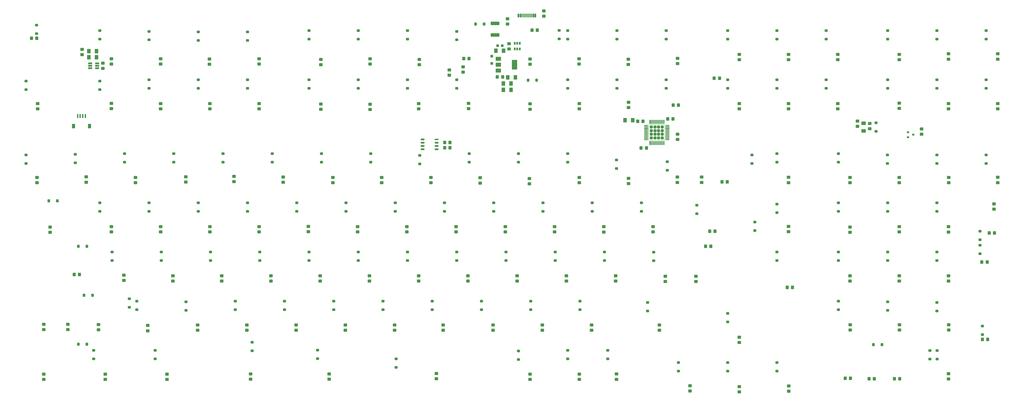
<source format=gbr>
G04 #@! TF.GenerationSoftware,KiCad,Pcbnew,(6.0.5)*
G04 #@! TF.CreationDate,2022-05-27T19:49:07-04:00*
G04 #@! TF.ProjectId,Boston-keyboard-V07J,426f7374-6f6e-42d6-9b65-79626f617264,rev?*
G04 #@! TF.SameCoordinates,Original*
G04 #@! TF.FileFunction,Paste,Bot*
G04 #@! TF.FilePolarity,Positive*
%FSLAX46Y46*%
G04 Gerber Fmt 4.6, Leading zero omitted, Abs format (unit mm)*
G04 Created by KiCad (PCBNEW (6.0.5)) date 2022-05-27 19:49:07*
%MOMM*%
%LPD*%
G01*
G04 APERTURE LIST*
G04 Aperture macros list*
%AMRoundRect*
0 Rectangle with rounded corners*
0 $1 Rounding radius*
0 $2 $3 $4 $5 $6 $7 $8 $9 X,Y pos of 4 corners*
0 Add a 4 corners polygon primitive as box body*
4,1,4,$2,$3,$4,$5,$6,$7,$8,$9,$2,$3,0*
0 Add four circle primitives for the rounded corners*
1,1,$1+$1,$2,$3*
1,1,$1+$1,$4,$5*
1,1,$1+$1,$6,$7*
1,1,$1+$1,$8,$9*
0 Add four rect primitives between the rounded corners*
20,1,$1+$1,$2,$3,$4,$5,0*
20,1,$1+$1,$4,$5,$6,$7,0*
20,1,$1+$1,$6,$7,$8,$9,0*
20,1,$1+$1,$8,$9,$2,$3,0*%
G04 Aperture macros list end*
%ADD10RoundRect,0.249999X-0.325001X-0.450001X0.325001X-0.450001X0.325001X0.450001X-0.325001X0.450001X0*%
%ADD11RoundRect,0.250000X-0.350000X0.250000X-0.350000X-0.250000X0.350000X-0.250000X0.350000X0.250000X0*%
%ADD12RoundRect,0.249999X0.325001X0.450001X-0.325001X0.450001X-0.325001X-0.450001X0.325001X-0.450001X0*%
%ADD13RoundRect,0.250001X-0.462499X-0.624999X0.462499X-0.624999X0.462499X0.624999X-0.462499X0.624999X0*%
%ADD14RoundRect,0.249999X-0.450001X0.325001X-0.450001X-0.325001X0.450001X-0.325001X0.450001X0.325001X0*%
%ADD15RoundRect,0.250000X-0.450000X0.325000X-0.450000X-0.325000X0.450000X-0.325000X0.450000X0.325000X0*%
%ADD16RoundRect,0.250000X0.325000X0.450000X-0.325000X0.450000X-0.325000X-0.450000X0.325000X-0.450000X0*%
%ADD17RoundRect,0.250000X0.250000X0.350000X-0.250000X0.350000X-0.250000X-0.350000X0.250000X-0.350000X0*%
%ADD18RoundRect,0.249999X0.450001X-0.325001X0.450001X0.325001X-0.450001X0.325001X-0.450001X-0.325001X0*%
%ADD19R,2.000000X1.500000*%
%ADD20R,2.000000X3.800000*%
%ADD21R,1.550000X0.600000*%
%ADD22RoundRect,0.300000X0.475000X0.000000X-0.475000X0.000000X-0.475000X0.000000X0.475000X0.000000X0*%
%ADD23R,1.100000X1.100000*%
%ADD24RoundRect,0.150000X-0.150000X-0.575000X0.150000X-0.575000X0.150000X0.575000X-0.150000X0.575000X0*%
%ADD25RoundRect,0.075000X-0.075000X-0.650000X0.075000X-0.650000X0.075000X0.650000X-0.075000X0.650000X0*%
%ADD26RoundRect,0.237500X0.287500X0.237500X-0.287500X0.237500X-0.287500X-0.237500X0.287500X-0.237500X0*%
%ADD27RoundRect,0.250001X-0.624999X0.462499X-0.624999X-0.462499X0.624999X-0.462499X0.624999X0.462499X0*%
%ADD28RoundRect,0.250000X0.450000X-0.325000X0.450000X0.325000X-0.450000X0.325000X-0.450000X-0.325000X0*%
%ADD29RoundRect,0.075000X0.662500X0.075000X-0.662500X0.075000X-0.662500X-0.075000X0.662500X-0.075000X0*%
%ADD30RoundRect,0.075000X0.075000X0.662500X-0.075000X0.662500X-0.075000X-0.662500X0.075000X-0.662500X0*%
%ADD31RoundRect,0.250000X-0.325000X-0.450000X0.325000X-0.450000X0.325000X0.450000X-0.325000X0.450000X0*%
%ADD32RoundRect,0.250000X1.450000X-0.400000X1.450000X0.400000X-1.450000X0.400000X-1.450000X-0.400000X0*%
%ADD33R,1.560000X0.650000*%
%ADD34R,0.600000X1.550000*%
%ADD35R,1.200000X1.800000*%
%ADD36RoundRect,0.250000X0.315000X0.315000X-0.315000X0.315000X-0.315000X-0.315000X0.315000X-0.315000X0*%
%ADD37RoundRect,0.062500X0.375000X0.062500X-0.375000X0.062500X-0.375000X-0.062500X0.375000X-0.062500X0*%
%ADD38RoundRect,0.062500X0.062500X0.375000X-0.062500X0.375000X-0.062500X-0.375000X0.062500X-0.375000X0*%
%ADD39R,0.900000X0.800000*%
%ADD40R,0.650000X1.060000*%
G04 APERTURE END LIST*
D10*
X374855000Y-168121250D03*
X376905000Y-168121250D03*
D11*
X124578750Y-100113750D03*
X124578750Y-103413750D03*
D12*
X78625000Y-127900000D03*
X76575000Y-127900000D03*
D13*
X244312500Y-51555000D03*
X247287500Y-51555000D03*
D14*
X148153125Y-109311250D03*
X148153125Y-111361250D03*
D13*
X239725000Y-41225000D03*
X242700000Y-41225000D03*
D11*
X238878750Y-100113750D03*
X238878750Y-103413750D03*
D15*
X258250000Y-25800000D03*
X258250000Y-27850000D03*
D16*
X242325000Y-51375000D03*
X240275000Y-51375000D03*
D17*
X255450000Y-52600000D03*
X252150000Y-52600000D03*
D16*
X221955000Y-78800000D03*
X219905000Y-78800000D03*
D11*
X97908750Y-137261250D03*
X97908750Y-140561250D03*
D14*
X262453125Y-109311250D03*
X262453125Y-111361250D03*
D11*
X286503750Y-52488750D03*
X286503750Y-55788750D03*
D14*
X157440000Y-90102500D03*
X157440000Y-92152500D03*
X67220000Y-109470000D03*
X67220000Y-111520000D03*
X252690000Y-90737500D03*
X252690000Y-92787500D03*
D18*
X290975000Y-46500000D03*
X290975000Y-44450000D03*
D14*
X190777500Y-128361250D03*
X190777500Y-130411250D03*
D11*
X224591250Y-52488750D03*
X224591250Y-55788750D03*
D18*
X252925000Y-46450000D03*
X252925000Y-44400000D03*
D14*
X276740625Y-147411250D03*
X276740625Y-149461250D03*
D19*
X240650000Y-48925000D03*
X240650000Y-46625000D03*
D20*
X246950000Y-46625000D03*
D19*
X240650000Y-44325000D03*
D11*
X276978750Y-100113750D03*
X276978750Y-103413750D03*
D14*
X414853125Y-61686250D03*
X414853125Y-63736250D03*
D11*
X348416250Y-81063750D03*
X348416250Y-84363750D03*
D14*
X171727500Y-128361250D03*
X171727500Y-130411250D03*
X209827500Y-128361250D03*
X209827500Y-130411250D03*
D11*
X57903750Y-52965000D03*
X57903750Y-56265000D03*
D21*
X216800000Y-75585000D03*
D22*
X216800000Y-76855000D03*
X216800000Y-78125000D03*
X216800000Y-79395000D03*
X211400000Y-79395000D03*
X211400000Y-78125000D03*
X211400000Y-76855000D03*
X211400000Y-75585000D03*
D15*
X87700000Y-45980000D03*
X87700000Y-48030000D03*
D11*
X348416250Y-33438750D03*
X348416250Y-36738750D03*
X76953750Y-81318750D03*
X76953750Y-84618750D03*
D14*
X243403125Y-109311250D03*
X243403125Y-111361250D03*
D11*
X115053750Y-81063750D03*
X115053750Y-84363750D03*
D14*
X152677500Y-128361250D03*
X152677500Y-130411250D03*
X352940625Y-42636250D03*
X352940625Y-44686250D03*
D23*
X238150000Y-43275000D03*
X238150000Y-46075000D03*
D11*
X205541250Y-52488750D03*
X205541250Y-55788750D03*
D13*
X82262500Y-41325000D03*
X85237500Y-41325000D03*
D11*
X243641250Y-119163750D03*
X243641250Y-122463750D03*
D14*
X433903125Y-42398125D03*
X433903125Y-44448125D03*
X219352500Y-147411250D03*
X219352500Y-149461250D03*
D18*
X271900000Y-46375000D03*
X271900000Y-44325000D03*
D11*
X329366250Y-33438750D03*
X329366250Y-36738750D03*
X172203750Y-81063750D03*
X172203750Y-84363750D03*
D14*
X302934375Y-147411250D03*
X302934375Y-149461250D03*
X81240000Y-90075000D03*
X81240000Y-92125000D03*
D11*
X219828750Y-100113750D03*
X219828750Y-103413750D03*
D14*
X228877500Y-128361250D03*
X228877500Y-130411250D03*
D15*
X309950000Y-90165000D03*
X309950000Y-92215000D03*
D16*
X255725000Y-33250000D03*
X253675000Y-33250000D03*
D14*
X110053125Y-109311250D03*
X110053125Y-111361250D03*
X333900000Y-171325000D03*
X333900000Y-173375000D03*
X138390000Y-89857500D03*
X138390000Y-91907500D03*
D11*
X57903750Y-81540000D03*
X57903750Y-84840000D03*
D14*
X64809375Y-147173125D03*
X64809375Y-149223125D03*
X414850000Y-166325000D03*
X414850000Y-168375000D03*
D11*
X167441250Y-119163750D03*
X167441250Y-122463750D03*
X298410000Y-138690000D03*
X298410000Y-141990000D03*
D18*
X110053125Y-46353125D03*
X110053125Y-44303125D03*
D11*
X410328750Y-100113750D03*
X410328750Y-103413750D03*
D10*
X320800625Y-116924375D03*
X322850625Y-116924375D03*
D16*
X296625000Y-68500000D03*
X294575000Y-68500000D03*
D18*
X210060000Y-46630000D03*
X210060000Y-44580000D03*
D14*
X352940625Y-109238750D03*
X352940625Y-111288750D03*
D11*
X61975000Y-31275000D03*
X61975000Y-34575000D03*
D14*
X281503125Y-109383750D03*
X281503125Y-111433750D03*
X129103125Y-61686250D03*
X129103125Y-63736250D03*
X353020000Y-171075000D03*
X353020000Y-173125000D03*
D11*
X367466250Y-33438750D03*
X367466250Y-36738750D03*
D14*
X95819600Y-128139000D03*
X95819600Y-130189000D03*
D11*
X143628750Y-33915000D03*
X143628750Y-37215000D03*
D14*
X352950000Y-90250000D03*
X352950000Y-92300000D03*
X395803125Y-61520625D03*
X395803125Y-63570625D03*
X91003125Y-61613750D03*
X91003125Y-63663750D03*
X333890625Y-42636250D03*
X333890625Y-44686250D03*
D11*
X427930000Y-147890000D03*
X427930000Y-151190000D03*
D14*
X266977500Y-128361250D03*
X266977500Y-130411250D03*
X86002500Y-147252500D03*
X86002500Y-149302500D03*
X414900000Y-147375000D03*
X414900000Y-149425000D03*
D11*
X205541250Y-33438750D03*
X205541250Y-36738750D03*
D14*
X352940625Y-61686250D03*
X352940625Y-63736250D03*
D11*
X317460000Y-101066250D03*
X317460000Y-104366250D03*
D14*
X124340625Y-147411250D03*
X124340625Y-149461250D03*
D11*
X124578750Y-52488750D03*
X124578750Y-55788750D03*
D15*
X79660000Y-40640000D03*
X79660000Y-42690000D03*
D11*
X84097500Y-157263750D03*
X84097500Y-160563750D03*
D14*
X229115625Y-61613750D03*
X229115625Y-63663750D03*
X333900000Y-152175000D03*
X333900000Y-154225000D03*
D24*
X248487000Y-27575000D03*
X249287000Y-27575000D03*
D25*
X250487000Y-27575000D03*
X251483000Y-27575000D03*
X251987000Y-27575000D03*
X252987000Y-27575000D03*
D24*
X254987000Y-27575000D03*
X254187000Y-27575000D03*
D25*
X253487000Y-27575000D03*
X252487000Y-27575000D03*
X250987000Y-27575000D03*
X249987000Y-27575000D03*
D14*
X62428125Y-61686250D03*
X62428125Y-63736250D03*
X186253125Y-109311250D03*
X186253125Y-111361250D03*
D17*
X81461250Y-117003750D03*
X78161250Y-117003750D03*
D14*
X214590000Y-90261250D03*
X214590000Y-92311250D03*
D11*
X348416250Y-162026250D03*
X348416250Y-165326250D03*
X124578750Y-33915000D03*
X124578750Y-37215000D03*
D26*
X242175000Y-39225000D03*
X240425000Y-39225000D03*
D14*
X271978125Y-61686250D03*
X271978125Y-63736250D03*
D10*
X427718750Y-123036250D03*
X429768750Y-123036250D03*
D11*
X91241250Y-119163750D03*
X91241250Y-122463750D03*
D10*
X322467500Y-111130000D03*
X324517500Y-111130000D03*
D14*
X433850000Y-90250000D03*
X433850000Y-92300000D03*
D11*
X339900000Y-107550000D03*
X339900000Y-110850000D03*
X119816250Y-138435000D03*
X119816250Y-141735000D03*
D10*
X352425000Y-132875000D03*
X354475000Y-132875000D03*
D14*
X129103125Y-109311250D03*
X129103125Y-111361250D03*
D11*
X296028750Y-100113750D03*
X296028750Y-103413750D03*
D14*
X64809375Y-166461250D03*
X64809375Y-168511250D03*
D11*
X86478750Y-52965000D03*
X86478750Y-56265000D03*
D10*
X308275000Y-62275000D03*
X310325000Y-62275000D03*
D14*
X395803125Y-109311250D03*
X395803125Y-111361250D03*
X317140000Y-128545000D03*
X317140000Y-130595000D03*
D11*
X329366250Y-142976250D03*
X329366250Y-146276250D03*
D27*
X382000000Y-69312500D03*
X382000000Y-72287500D03*
D11*
X348416250Y-119163750D03*
X348416250Y-122463750D03*
X429378750Y-52488750D03*
X429378750Y-55788750D03*
D14*
X171965625Y-61851875D03*
X171965625Y-63901875D03*
X162440625Y-147411250D03*
X162440625Y-149461250D03*
X376753125Y-90261250D03*
X376753125Y-92311250D03*
X247927500Y-128361250D03*
X247927500Y-130411250D03*
X200540625Y-147411250D03*
X200540625Y-149461250D03*
D11*
X306020000Y-84180000D03*
X306020000Y-87480000D03*
X129341250Y-119163750D03*
X129341250Y-122463750D03*
D28*
X310030000Y-75560000D03*
X310030000Y-73510000D03*
D14*
X114717200Y-128361250D03*
X114717200Y-130411250D03*
X395803125Y-128361250D03*
X395803125Y-130411250D03*
X205303125Y-109311250D03*
X205303125Y-111361250D03*
D18*
X191015625Y-46353125D03*
X191015625Y-44303125D03*
D14*
X333890625Y-61686250D03*
X333890625Y-63736250D03*
D11*
X329366250Y-162026250D03*
X329366250Y-165326250D03*
X372228750Y-100113750D03*
X372228750Y-103413750D03*
X338800000Y-81550000D03*
X338800000Y-84850000D03*
D14*
X224353125Y-109311250D03*
X224353125Y-111361250D03*
D11*
X176966250Y-138213750D03*
X176966250Y-141513750D03*
X248403750Y-81063750D03*
X248403750Y-84363750D03*
X138866250Y-138213750D03*
X138866250Y-141513750D03*
D13*
X289642500Y-68085000D03*
X292617500Y-68085000D03*
D14*
X286027500Y-128361250D03*
X286027500Y-130411250D03*
X271978125Y-166461250D03*
X271978125Y-168511250D03*
D10*
X384062500Y-168280000D03*
X386112500Y-168280000D03*
D14*
X133627500Y-128361250D03*
X133627500Y-130411250D03*
X105052500Y-147649375D03*
X105052500Y-149699375D03*
D11*
X372228750Y-138213750D03*
X372228750Y-141513750D03*
D14*
X167203125Y-109238750D03*
X167203125Y-111288750D03*
D11*
X305553750Y-33438750D03*
X305553750Y-36738750D03*
D14*
X395803125Y-42636250D03*
X395803125Y-44686250D03*
D11*
X391278750Y-52488750D03*
X391278750Y-55788750D03*
X281741250Y-119163750D03*
X281741250Y-122463750D03*
X286410000Y-83485000D03*
X286410000Y-86785000D03*
D14*
X181490625Y-147411250D03*
X181490625Y-149461250D03*
X432450000Y-100535000D03*
X432450000Y-102585000D03*
D11*
X210250000Y-81775000D03*
X210250000Y-85075000D03*
X348416250Y-52488750D03*
X348416250Y-55788750D03*
D14*
X314790000Y-170990000D03*
X314790000Y-173040000D03*
D11*
X267453750Y-157263750D03*
X267453750Y-160563750D03*
X224591250Y-33693750D03*
X224591250Y-36993750D03*
D14*
X195540000Y-90261250D03*
X195540000Y-92311250D03*
X74096250Y-147173125D03*
X74096250Y-149223125D03*
D11*
X257928750Y-100113750D03*
X257928750Y-103413750D03*
D14*
X143390625Y-147411250D03*
X143390625Y-149461250D03*
D11*
X186491250Y-119163750D03*
X186491250Y-122463750D03*
D14*
X371990625Y-61686250D03*
X371990625Y-63736250D03*
X371990625Y-42636250D03*
X371990625Y-44686250D03*
D11*
X186491250Y-52488750D03*
X186491250Y-55788750D03*
X391278750Y-119163750D03*
X391278750Y-122463750D03*
X215066250Y-138213750D03*
X215066250Y-141513750D03*
D17*
X235150000Y-30825000D03*
X231850000Y-30825000D03*
D14*
X395800000Y-90300000D03*
X395800000Y-92350000D03*
X291000000Y-61175000D03*
X291000000Y-63225000D03*
X238640625Y-147411250D03*
X238640625Y-149461250D03*
D13*
X242612500Y-53925000D03*
X245587500Y-53925000D03*
D11*
X348416250Y-100590000D03*
X348416250Y-103890000D03*
D15*
X319325000Y-90150000D03*
X319325000Y-92200000D03*
D14*
X175200000Y-166400000D03*
X175200000Y-168450000D03*
D11*
X391200000Y-81540000D03*
X391200000Y-84840000D03*
D14*
X414875000Y-90300000D03*
X414875000Y-92350000D03*
D18*
X171965625Y-46591250D03*
X171965625Y-44541250D03*
D11*
X429378750Y-33438750D03*
X429378750Y-36738750D03*
X196016250Y-138213750D03*
X196016250Y-141513750D03*
X283000000Y-157263750D03*
X283000000Y-160563750D03*
X410328750Y-33438750D03*
X410328750Y-36738750D03*
D14*
X209827500Y-61686250D03*
X209827500Y-63736250D03*
D11*
X410400000Y-157350000D03*
X410400000Y-160650000D03*
D17*
X389050000Y-155100000D03*
X385750000Y-155100000D03*
D11*
X167441250Y-33438750D03*
X167441250Y-36738750D03*
D13*
X242612500Y-56325000D03*
X245587500Y-56325000D03*
D29*
X306122500Y-70120000D03*
X306122500Y-70620000D03*
X306122500Y-71120000D03*
X306122500Y-71620000D03*
X306122500Y-72120000D03*
X306122500Y-72620000D03*
X306122500Y-73120000D03*
X306122500Y-73620000D03*
X306122500Y-74120000D03*
X306122500Y-74620000D03*
X306122500Y-75120000D03*
X306122500Y-75620000D03*
D30*
X304710000Y-77032500D03*
X304210000Y-77032500D03*
X303710000Y-77032500D03*
X303210000Y-77032500D03*
X302710000Y-77032500D03*
X302210000Y-77032500D03*
X301710000Y-77032500D03*
X301210000Y-77032500D03*
X300710000Y-77032500D03*
X300210000Y-77032500D03*
X299710000Y-77032500D03*
X299210000Y-77032500D03*
D29*
X297797500Y-75620000D03*
X297797500Y-75120000D03*
X297797500Y-74620000D03*
X297797500Y-74120000D03*
X297797500Y-73620000D03*
X297797500Y-73120000D03*
X297797500Y-72620000D03*
X297797500Y-72120000D03*
X297797500Y-71620000D03*
X297797500Y-71120000D03*
X297797500Y-70620000D03*
X297797500Y-70120000D03*
D30*
X299210000Y-68707500D03*
X299710000Y-68707500D03*
X300210000Y-68707500D03*
X300710000Y-68707500D03*
X301210000Y-68707500D03*
X301710000Y-68707500D03*
X302210000Y-68707500D03*
X302710000Y-68707500D03*
X303210000Y-68707500D03*
X303710000Y-68707500D03*
X304210000Y-68707500D03*
X304710000Y-68707500D03*
D15*
X144820000Y-166390000D03*
X144820000Y-168440000D03*
D11*
X153153750Y-81063750D03*
X153153750Y-84363750D03*
X200778750Y-100113750D03*
X200778750Y-103413750D03*
X234116250Y-138213750D03*
X234116250Y-141513750D03*
X372228750Y-81063750D03*
X372228750Y-84363750D03*
X391278750Y-138468750D03*
X391278750Y-141768750D03*
D18*
X128865000Y-46425625D03*
X128865000Y-44375625D03*
D11*
X186491250Y-33438750D03*
X186491250Y-36738750D03*
X267453750Y-81063750D03*
X267453750Y-84363750D03*
X110291250Y-119163750D03*
X110291250Y-122463750D03*
D14*
X376753125Y-128361250D03*
X376753125Y-130411250D03*
D11*
X100766250Y-138213750D03*
X100766250Y-141513750D03*
D15*
X384300000Y-69400000D03*
X384300000Y-71450000D03*
D11*
X372228750Y-119163750D03*
X372228750Y-122463750D03*
X429378750Y-81540000D03*
X429378750Y-84840000D03*
X229353750Y-81063750D03*
X229353750Y-84363750D03*
X329366250Y-52488750D03*
X329366250Y-55788750D03*
X391278750Y-33438750D03*
X391278750Y-36738750D03*
D14*
X300553125Y-109311250D03*
X300553125Y-111361250D03*
X88621875Y-166461250D03*
X88621875Y-168511250D03*
D12*
X432595000Y-111820000D03*
X430545000Y-111820000D03*
D11*
X157916250Y-138213750D03*
X157916250Y-141513750D03*
D17*
X81450000Y-154900000D03*
X78150000Y-154900000D03*
D31*
X219890000Y-76760000D03*
X221940000Y-76760000D03*
D17*
X70031250Y-99382500D03*
X66731250Y-99382500D03*
X83650000Y-135900000D03*
X80350000Y-135900000D03*
D15*
X244800000Y-38500000D03*
X244800000Y-40550000D03*
D10*
X393905000Y-168280000D03*
X395955000Y-168280000D03*
D14*
X110053125Y-61686250D03*
X110053125Y-63736250D03*
D11*
X167441250Y-52488750D03*
X167441250Y-55788750D03*
D31*
X295885000Y-78875000D03*
X297935000Y-78875000D03*
D14*
X414853125Y-109383750D03*
X414853125Y-111433750D03*
D11*
X367466250Y-52488750D03*
X367466250Y-55788750D03*
D32*
X239400000Y-35050000D03*
X239400000Y-30600000D03*
D14*
X305240000Y-128525000D03*
X305240000Y-130575000D03*
X119750000Y-90025000D03*
X119750000Y-92075000D03*
D28*
X379590000Y-70505000D03*
X379590000Y-68455000D03*
D14*
X414853125Y-128361250D03*
X414853125Y-130411250D03*
D16*
X308225000Y-67625000D03*
X306175000Y-67625000D03*
D33*
X85450000Y-46075000D03*
X85450000Y-47025000D03*
X85450000Y-47975000D03*
X82750000Y-47975000D03*
X82750000Y-47025000D03*
X82750000Y-46075000D03*
D13*
X82237500Y-43725000D03*
X85212500Y-43725000D03*
D11*
X264200000Y-33300000D03*
X264200000Y-36600000D03*
X205541250Y-119163750D03*
X205541250Y-122463750D03*
X386800000Y-69150000D03*
X386800000Y-72450000D03*
D14*
X257690625Y-147411250D03*
X257690625Y-149461250D03*
D11*
X170720000Y-157211000D03*
X170720000Y-160511000D03*
D28*
X221720000Y-50695000D03*
X221720000Y-48645000D03*
D11*
X272216250Y-138213750D03*
X272216250Y-141513750D03*
D14*
X191015625Y-61924375D03*
X191015625Y-63974375D03*
X376753125Y-109476875D03*
X376753125Y-111526875D03*
D11*
X96003750Y-81063750D03*
X96003750Y-84363750D03*
D14*
X252900000Y-61795000D03*
X252900000Y-63845000D03*
D34*
X80900000Y-66500000D03*
X79900000Y-66500000D03*
X78900000Y-66500000D03*
X77900000Y-66500000D03*
D35*
X76300000Y-70375000D03*
X82500000Y-70375000D03*
D11*
X191253750Y-81063750D03*
X191253750Y-84363750D03*
X253166250Y-138213750D03*
X253166250Y-141513750D03*
X407600000Y-157350000D03*
X407600000Y-160650000D03*
X410328750Y-81540000D03*
X410328750Y-84840000D03*
X107910000Y-157263750D03*
X107910000Y-160563750D03*
X201100000Y-160575000D03*
X201100000Y-163875000D03*
D18*
X310000000Y-46200000D03*
X310000000Y-44150000D03*
D14*
X233610000Y-90415000D03*
X233610000Y-92465000D03*
X376800000Y-147375000D03*
X376800000Y-149425000D03*
D11*
X427000000Y-116550000D03*
X427000000Y-119850000D03*
X86478750Y-33438750D03*
X86478750Y-36738750D03*
D14*
X176648750Y-90261250D03*
X176648750Y-92311250D03*
D11*
X162678750Y-100113750D03*
X162678750Y-103413750D03*
X267453750Y-33438750D03*
X267453750Y-36738750D03*
X410328750Y-52488750D03*
X410328750Y-55788750D03*
D14*
X112434375Y-166461250D03*
X112434375Y-168511250D03*
D16*
X62100000Y-36325000D03*
X60050000Y-36325000D03*
D11*
X224591250Y-119163750D03*
X224591250Y-122463750D03*
D36*
X299860000Y-73570000D03*
X304060000Y-73570000D03*
X304060000Y-72170000D03*
X304060000Y-74970000D03*
X299860000Y-70770000D03*
X302660000Y-72170000D03*
X301260000Y-70770000D03*
X301260000Y-74970000D03*
X301260000Y-73570000D03*
X304060000Y-70770000D03*
X302660000Y-70770000D03*
X299860000Y-72170000D03*
X299860000Y-74970000D03*
X302660000Y-73570000D03*
X301260000Y-72170000D03*
X302660000Y-74970000D03*
D37*
X305397500Y-70120000D03*
X305397500Y-70620000D03*
X305397500Y-71120000D03*
X305397500Y-71620000D03*
X305397500Y-72120000D03*
X305397500Y-72620000D03*
X305397500Y-73120000D03*
X305397500Y-73620000D03*
X305397500Y-74120000D03*
X305397500Y-74620000D03*
X305397500Y-75120000D03*
X305397500Y-75620000D03*
D38*
X304710000Y-76307500D03*
X304210000Y-76307500D03*
X303710000Y-76307500D03*
X303210000Y-76307500D03*
X302710000Y-76307500D03*
X302210000Y-76307500D03*
X301710000Y-76307500D03*
X301210000Y-76307500D03*
X300710000Y-76307500D03*
X300210000Y-76307500D03*
X299710000Y-76307500D03*
X299210000Y-76307500D03*
D37*
X298522500Y-75620000D03*
X298522500Y-75120000D03*
X298522500Y-74620000D03*
X298522500Y-74120000D03*
X298522500Y-73620000D03*
X298522500Y-73120000D03*
X298522500Y-72620000D03*
X298522500Y-72120000D03*
X298522500Y-71620000D03*
X298522500Y-71120000D03*
X298522500Y-70620000D03*
X298522500Y-70120000D03*
D38*
X299210000Y-69432500D03*
X299710000Y-69432500D03*
X300210000Y-69432500D03*
X300710000Y-69432500D03*
X301210000Y-69432500D03*
X301710000Y-69432500D03*
X302210000Y-69432500D03*
X302710000Y-69432500D03*
X303210000Y-69432500D03*
X303710000Y-69432500D03*
X304210000Y-69432500D03*
X304710000Y-69432500D03*
D11*
X145373000Y-154117000D03*
X145373000Y-157417000D03*
D14*
X395850000Y-147375000D03*
X395850000Y-149425000D03*
D11*
X300800000Y-119250000D03*
X300800000Y-122550000D03*
D14*
X252928125Y-166461250D03*
X252928125Y-168511250D03*
D11*
X105528750Y-100113750D03*
X105528750Y-103413750D03*
D14*
X91003125Y-109311250D03*
X91003125Y-111361250D03*
D31*
X324175000Y-51825000D03*
X326225000Y-51825000D03*
D14*
X62190000Y-90261250D03*
X62190000Y-92311250D03*
D11*
X181728750Y-100113750D03*
X181728750Y-103413750D03*
D14*
X291050000Y-90595000D03*
X291050000Y-92645000D03*
D28*
X227040000Y-49515000D03*
X227040000Y-47465000D03*
D14*
X286370400Y-166433200D03*
X286370400Y-168483200D03*
D11*
X267453750Y-52488750D03*
X267453750Y-55788750D03*
X310316250Y-162026250D03*
X310316250Y-165326250D03*
X134103750Y-81063750D03*
X134103750Y-84363750D03*
X86478750Y-100090000D03*
X86478750Y-103390000D03*
D15*
X216710000Y-166240000D03*
X216710000Y-168290000D03*
D14*
X272010000Y-90305000D03*
X272010000Y-92355000D03*
X433903125Y-61686250D03*
X433903125Y-63736250D03*
D39*
X399175000Y-74675000D03*
X399175000Y-72775000D03*
X401175000Y-73725000D03*
D14*
X100290000Y-90261250D03*
X100290000Y-92311250D03*
D11*
X148391250Y-119163750D03*
X148391250Y-122463750D03*
X305553750Y-52488750D03*
X305553750Y-55788750D03*
X105528750Y-52488750D03*
X105528750Y-55788750D03*
X143628750Y-100113750D03*
X143628750Y-103413750D03*
X262691250Y-119163750D03*
X262691250Y-122463750D03*
D15*
X244200000Y-28825000D03*
X244200000Y-30875000D03*
D11*
X410328750Y-138690000D03*
X410328750Y-141990000D03*
D18*
X148153125Y-46353125D03*
X148153125Y-44303125D03*
D40*
X248920000Y-40525000D03*
X247970000Y-40525000D03*
X247020000Y-40525000D03*
X247020000Y-38325000D03*
X247970000Y-38325000D03*
X248920000Y-38325000D03*
D18*
X91003125Y-46353125D03*
X91003125Y-44303125D03*
D14*
X414853125Y-42398125D03*
X414853125Y-44448125D03*
X148153125Y-61686250D03*
X148153125Y-63736250D03*
D15*
X404400000Y-71500000D03*
X404400000Y-73550000D03*
D31*
X327200000Y-92025000D03*
X329250000Y-92025000D03*
D11*
X248403750Y-157485000D03*
X248403750Y-160785000D03*
D10*
X427925000Y-153050000D03*
X429975000Y-153050000D03*
D11*
X410328750Y-119163750D03*
X410328750Y-122463750D03*
X427000000Y-111150000D03*
X427000000Y-114450000D03*
X391278750Y-100113750D03*
X391278750Y-103413750D03*
X286503750Y-33438750D03*
X286503750Y-36738750D03*
X143628750Y-52488750D03*
X143628750Y-55788750D03*
D10*
X227275000Y-44225000D03*
X229325000Y-44225000D03*
D11*
X105528750Y-33693750D03*
X105528750Y-36993750D03*
M02*

</source>
